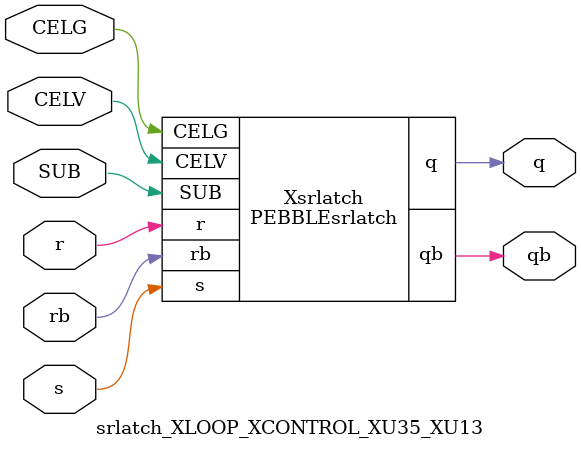
<source format=v>



module PEBBLEsrlatch ( q, qb, CELG, CELV, SUB, r, rb, s );

  input CELV;
  input s;
  output q;
  input rb;
  input r;
  input SUB;
  input CELG;
  output qb;
endmodule

//Celera Confidential Do Not Copy srlatch_XLOOP_XCONTROL_XU35_XU13
//Celera Confidential Symbol Generator
//SR Latch
module srlatch_XLOOP_XCONTROL_XU35_XU13 (CELV,CELG,s,r,rb,q,qb,SUB);
input CELV;
input CELG;
input s;
input r;
input rb;
input SUB;
output q;
output qb;

//Celera Confidential Do Not Copy srlatch
PEBBLEsrlatch Xsrlatch(
.CELV (CELV),
.r (r),
.s (s),
.q (q),
.qb (qb),
.rb (rb),
.SUB (SUB),
.CELG (CELG)
);
//,diesize,PEBBLEsrlatch

//Celera Confidential Do Not Copy Module End
//Celera Schematic Generator
endmodule

</source>
